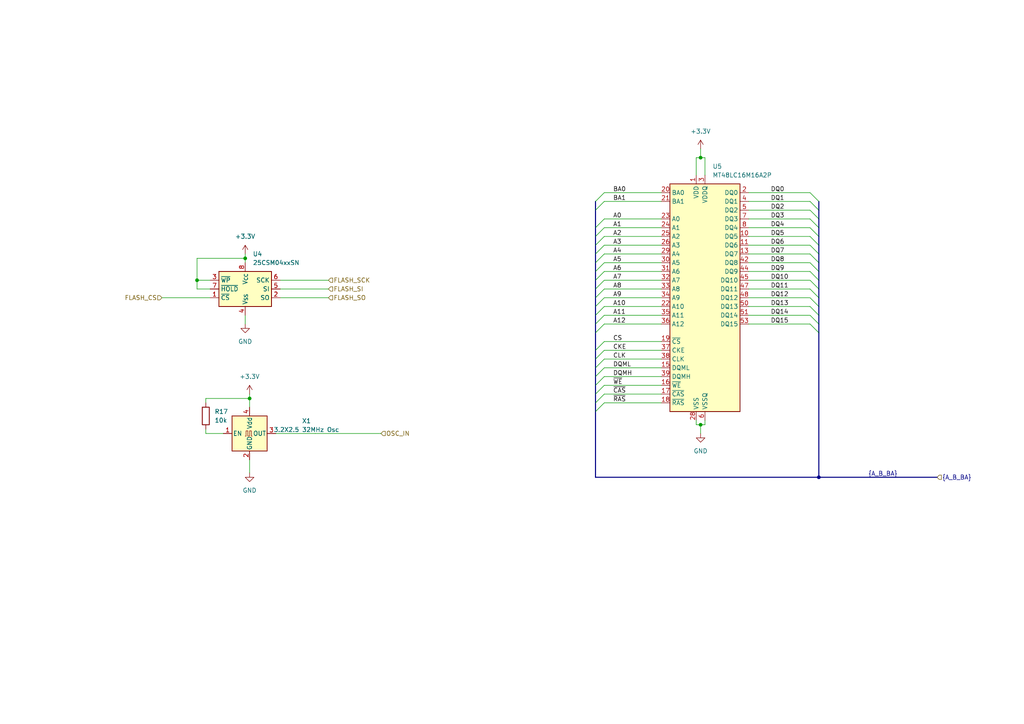
<source format=kicad_sch>
(kicad_sch (version 20230121) (generator eeschema)
  (paper "A4")
  (lib_symbols
    (symbol "Device:R" (pin_numbers hide) (pin_names (offset 0))
      (property "Reference" "R" (at 2.032 0 90))
      (property "Value" "R" (at 0 0 90))
      (symbol "R_0_1"
        (rectangle (start -1.016 -2.54) (end 1.016 2.54) (stroke (width 0.254)))
      )
      (symbol "R_1_1"
        (pin passive line (at 0 3.81 270) (length 1.27) (name "~") (number "1"))
        (pin passive line (at 0 -3.81 90) (length 1.27) (name "~") (number "2"))
      )
    )
    (symbol "Memory_EEPROM:25CSM04xxSN"
      (property "Reference" "U3" (at 1.9559 8.89 0))
      (property "Value" "25CSM04xxSN" (at 1.9559 6.35 0))
      (symbol "25CSM04xxSN_1_1"
        (rectangle (start -7.62 5.08) (end 7.62 -5.08) (stroke (width 0.254)) (fill (type background)))
        (pin input line (at -10.16 -2.54 0) (length 2.54) (name "~{CS}") (number "1"))
        (pin tri_state line (at 10.16 -2.54 180) (length 2.54) (name "SO") (number "2"))
        (pin input line (at -10.16 2.54 0) (length 2.54) (name "~{WP}") (number "3"))
        (pin power_in line (at 0 -7.62 90) (length 2.54) (name "V_{SS}") (number "4"))
        (pin input line (at 10.16 0 180) (length 2.54) (name "SI") (number "5"))
        (pin input line (at 10.16 2.54 180) (length 2.54) (name "SCK") (number "6"))
        (pin input line (at -10.16 0 0) (length 2.54) (name "~{HOLD}") (number "7"))
        (pin power_in line (at 0 7.62 270) (length 2.54) (name "V_{CC}") (number "8"))
      )
    )
    (symbol "Memory_RAM:MT48LC16M16A2P"
      (property "Reference" "U" (at -8.89 34.29 0))
      (property "Value" "MT48LC16M16A2P" (at 8.89 34.29 0))
      (symbol "MT48LC16M16A2P_0_1"
        (rectangle (start -10.16 33.02) (end 10.16 -33.02) (stroke (width 0.254)) (fill (type background)))
      )
      (symbol "MT48LC16M16A2P_1_1"
        (pin power_in line (at -2.54 35.56 270) (length 2.54) (name "VDD") (number "1"))
        (pin bidirectional line (at 12.7 17.78 180) (length 2.54) (name "DQ5") (number "10"))
        (pin bidirectional line (at 12.7 15.24 180) (length 2.54) (name "DQ6") (number "11"))
        (pin passive line (at 0 -35.56 90) (length 2.54) hide (name "VSSQ") (number "12"))
        (pin bidirectional line (at 12.7 12.7 180) (length 2.54) (name "DQ7") (number "13"))
        (pin passive line (at -2.54 35.56 270) (length 2.54) hide (name "VDD") (number "14"))
        (pin input line (at -12.7 -20.32 0) (length 2.54) (name "DQML") (number "15"))
        (pin input line (at -12.7 -25.4 0) (length 2.54) (name "~{WE}") (number "16"))
        (pin input line (at -12.7 -27.94 0) (length 2.54) (name "~{CAS}") (number "17"))
        (pin input line (at -12.7 -30.48 0) (length 2.54) (name "~{RAS}") (number "18"))
        (pin input line (at -12.7 -12.7 0) (length 2.54) (name "~{CS}") (number "19"))
        (pin bidirectional line (at 12.7 30.48 180) (length 2.54) (name "DQ0") (number "2"))
        (pin input line (at -12.7 30.48 0) (length 2.54) (name "BA0") (number "20"))
        (pin input line (at -12.7 27.94 0) (length 2.54) (name "BA1") (number "21"))
        (pin input line (at -12.7 -2.54 0) (length 2.54) (name "A10") (number "22"))
        (pin input line (at -12.7 22.86 0) (length 2.54) (name "A0") (number "23"))
        (pin input line (at -12.7 20.32 0) (length 2.54) (name "A1") (number "24"))
        (pin input line (at -12.7 17.78 0) (length 2.54) (name "A2") (number "25"))
        (pin input line (at -12.7 15.24 0) (length 2.54) (name "A3") (number "26"))
        (pin passive line (at -2.54 35.56 270) (length 2.54) hide (name "VDD") (number "27"))
        (pin power_in line (at -2.54 -35.56 90) (length 2.54) (name "VSS") (number "28"))
        (pin input line (at -12.7 12.7 0) (length 2.54) (name "A4") (number "29"))
        (pin power_in line (at 0 35.56 270) (length 2.54) (name "VDDQ") (number "3"))
        (pin input line (at -12.7 10.16 0) (length 2.54) (name "A5") (number "30"))
        (pin input line (at -12.7 7.62 0) (length 2.54) (name "A6") (number "31"))
        (pin input line (at -12.7 5.08 0) (length 2.54) (name "A7") (number "32"))
        (pin input line (at -12.7 2.54 0) (length 2.54) (name "A8") (number "33"))
        (pin input line (at -12.7 0 0) (length 2.54) (name "A9") (number "34"))
        (pin input line (at -12.7 -5.08 0) (length 2.54) (name "A11") (number "35"))
        (pin input line (at -12.7 -7.62 0) (length 2.54) (name "A12") (number "36"))
        (pin input line (at -12.7 -15.24 0) (length 2.54) (name "CKE") (number "37"))
        (pin input line (at -12.7 -17.78 0) (length 2.54) (name "CLK") (number "38"))
        (pin input line (at -12.7 -22.86 0) (length 2.54) (name "DQMH") (number "39"))
        (pin bidirectional line (at 12.7 27.94 180) (length 2.54) (name "DQ1") (number "4"))
        (pin no_connect line (at 10.16 -20.32 180) (length 2.54) hide (name "NC") (number "40"))
        (pin passive line (at -2.54 -35.56 90) (length 2.54) hide (name "VSS") (number "41"))
        (pin bidirectional line (at 12.7 10.16 180) (length 2.54) (name "DQ8") (number "42"))
        (pin passive line (at 0 35.56 270) (length 2.54) hide (name "VDDQ") (number "43"))
        (pin bidirectional line (at 12.7 7.62 180) (length 2.54) (name "DQ9") (number "44"))
        (pin bidirectional line (at 12.7 5.08 180) (length 2.54) (name "DQ10") (number "45"))
        (pin passive line (at 0 -35.56 90) (length 2.54) hide (name "VSSQ") (number "46"))
        (pin bidirectional line (at 12.7 2.54 180) (length 2.54) (name "DQ11") (number "47"))
        (pin bidirectional line (at 12.7 0 180) (length 2.54) (name "DQ12") (number "48"))
        (pin passive line (at 0 35.56 270) (length 2.54) hide (name "VDDQ") (number "49"))
        (pin bidirectional line (at 12.7 25.4 180) (length 2.54) (name "DQ2") (number "5"))
        (pin bidirectional line (at 12.7 -2.54 180) (length 2.54) (name "DQ13") (number "50"))
        (pin bidirectional line (at 12.7 -5.08 180) (length 2.54) (name "DQ14") (number "51"))
        (pin passive line (at 0 -35.56 90) (length 2.54) hide (name "VSSQ") (number "52"))
        (pin bidirectional line (at 12.7 -7.62 180) (length 2.54) (name "DQ15") (number "53"))
        (pin passive line (at -2.54 -35.56 90) (length 2.54) hide (name "VSS") (number "54"))
        (pin power_in line (at 0 -35.56 90) (length 2.54) (name "VSSQ") (number "6"))
        (pin bidirectional line (at 12.7 22.86 180) (length 2.54) (name "DQ3") (number "7"))
        (pin bidirectional line (at 12.7 20.32 180) (length 2.54) (name "DQ4") (number "8"))
        (pin passive line (at 0 35.56 270) (length 2.54) hide (name "VDDQ") (number "9"))
      )
    )
    (symbol "Oscillator:ASE-xxxMHz" (pin_names (offset 0.254))
      (property "Reference" "X" (at -5.08 6.35 0))
      (property "Value" "ASE-xxxMHz" (at 1.27 -6.35 0))
      (symbol "ASE-xxxMHz_0_1"
        (rectangle (start -5.08 5.08) (end 5.08 -5.08) (stroke (width 0.254)) (fill (type background)))
        (polyline (pts (xy -1.27 -0.762) (xy -1.016 -0.762) (xy -1.016 0.762) (xy -0.508 0.762) (xy -0.508 -0.762) (xy 0 -0.762) (xy 0 0.762) (xy 0.508 0.762) (xy 0.508 -0.762) (xy 0.762 -0.762)))
      )
      (symbol "ASE-xxxMHz_1_1"
        (pin input line (at -7.62 0 0) (length 2.54) (name "EN") (number "1"))
        (pin power_in line (at 0 -7.62 90) (length 2.54) (name "GND") (number "2"))
        (pin output line (at 7.62 0 180) (length 2.54) (name "OUT") (number "3"))
        (pin power_in line (at 0 7.62 270) (length 2.54) (name "Vdd") (number "4"))
      )
    )
    (symbol "power:+3.3V" (power) (pin_names (offset 0))
      (property "Value" "+3.3V" (at 0 3.556 0))
      (symbol "+3.3V_0_1"
        (polyline (pts (xy -0.762 1.27) (xy 0 2.54)))
        (polyline (pts (xy 0 0) (xy 0 2.54)))
        (polyline (pts (xy 0 2.54) (xy 0.762 1.27)))
      )
      (symbol "+3.3V_1_1"
        (pin power_in line (at 0 0 90) (length 0) hide (name "+3.3V") (number "1"))
      )
    )
    (symbol "power:GND" (power) (pin_names (offset 0))
      (property "Value" "GND" (at 0 -3.81 0))
      (symbol "GND_0_1"
        (polyline (pts (xy 0 0) (xy 0 -1.27) (xy 1.27 -1.27) (xy 0 -2.54) (xy -1.27 -1.27) (xy 0 -1.27)))
      )
      (symbol "GND_1_1"
        (pin power_in line (at 0 0 270) (length 0) hide (name "GND") (number "1"))
      )
    )
  )
  (junction (at 237.49 138.43))
  (junction (at 71.12 74.93))
  (junction (at 72.39 115.57))
  (junction (at 203.2 123.19))
  (junction (at 57.15 81.28))
  (junction (at 203.2 45.72))
  (bus_entry (at 172.72 104.14) (size 2.54 -2.54))
  (bus_entry (at 172.72 93.98) (size 2.54 -2.54))
  (bus_entry (at 234.95 63.5) (size 2.54 2.54))
  (bus_entry (at 172.72 58.42) (size 2.54 -2.54))
  (bus_entry (at 234.95 81.28) (size 2.54 2.54))
  (bus_entry (at 172.72 71.12) (size 2.54 -2.54))
  (bus_entry (at 172.72 96.52) (size 2.54 -2.54))
  (bus_entry (at 172.72 101.6) (size 2.54 -2.54))
  (bus_entry (at 172.72 81.28) (size 2.54 -2.54))
  (bus_entry (at 172.72 73.66) (size 2.54 -2.54))
  (bus_entry (at 234.95 68.58) (size 2.54 2.54))
  (bus_entry (at 172.72 111.76) (size 2.54 -2.54))
  (bus_entry (at 234.95 83.82) (size 2.54 2.54))
  (bus_entry (at 172.72 78.74) (size 2.54 -2.54))
  (bus_entry (at 172.72 68.58) (size 2.54 -2.54))
  (bus_entry (at 172.72 91.44) (size 2.54 -2.54))
  (bus_entry (at 234.95 71.12) (size 2.54 2.54))
  (bus_entry (at 234.95 73.66) (size 2.54 2.54))
  (bus_entry (at 234.95 86.36) (size 2.54 2.54))
  (bus_entry (at 172.72 119.38) (size 2.54 -2.54))
  (bus_entry (at 234.95 55.88) (size 2.54 2.54))
  (bus_entry (at 172.72 109.22) (size 2.54 -2.54))
  (bus_entry (at 172.72 114.3) (size 2.54 -2.54))
  (bus_entry (at 172.72 66.04) (size 2.54 -2.54))
  (bus_entry (at 172.72 106.68) (size 2.54 -2.54))
  (bus_entry (at 234.95 76.2) (size 2.54 2.54))
  (bus_entry (at 234.95 91.44) (size 2.54 2.54))
  (bus_entry (at 172.72 83.82) (size 2.54 -2.54))
  (bus_entry (at 172.72 88.9) (size 2.54 -2.54))
  (bus_entry (at 172.72 116.84) (size 2.54 -2.54))
  (bus_entry (at 234.95 60.96) (size 2.54 2.54))
  (bus_entry (at 234.95 88.9) (size 2.54 2.54))
  (bus_entry (at 234.95 58.42) (size 2.54 2.54))
  (bus_entry (at 172.72 60.96) (size 2.54 -2.54))
  (bus_entry (at 234.95 93.98) (size 2.54 2.54))
  (bus_entry (at 234.95 66.04) (size 2.54 2.54))
  (bus_entry (at 172.72 86.36) (size 2.54 -2.54))
  (bus_entry (at 172.72 76.2) (size 2.54 -2.54))
  (bus_entry (at 234.95 78.74) (size 2.54 2.54))
  (bus (pts (xy 172.72 68.58) (xy 172.72 71.12)))
  (wire (pts (xy 203.2 123.19) (xy 204.47 123.19)))
  (bus (pts (xy 172.72 88.9) (xy 172.72 91.44)))
  (wire (pts (xy 217.17 91.44) (xy 234.95 91.44)))
  (wire (pts (xy 175.26 68.58) (xy 191.77 68.58)))
  (wire (pts (xy 175.26 88.9) (xy 191.77 88.9)))
  (wire (pts (xy 217.17 55.88) (xy 234.95 55.88)))
  (wire (pts (xy 175.26 101.6) (xy 191.77 101.6)))
  (wire (pts (xy 80.01 125.73) (xy 91.44 125.73)))
  (wire (pts (xy 217.17 76.2) (xy 234.95 76.2)))
  (bus (pts (xy 237.49 58.42) (xy 237.49 60.96)))
  (bus (pts (xy 237.49 63.5) (xy 237.49 66.04)))
  (bus (pts (xy 172.72 138.43) (xy 237.49 138.43)))
  (bus (pts (xy 172.72 71.12) (xy 172.72 73.66)))
  (wire (pts (xy 201.93 123.19) (xy 203.2 123.19)))
  (bus (pts (xy 172.72 81.28) (xy 172.72 83.82)))
  (wire (pts (xy 59.69 116.84) (xy 59.69 115.57)))
  (wire (pts (xy 175.26 109.22) (xy 191.77 109.22)))
  (wire (pts (xy 204.47 50.8) (xy 204.47 45.72)))
  (wire (pts (xy 91.44 125.73) (xy 110.49 125.73)) (stroke (width 0.1524)))
  (wire (pts (xy 57.15 81.28) (xy 57.15 74.93)))
  (wire (pts (xy 175.26 116.84) (xy 191.77 116.84)))
  (wire (pts (xy 201.93 45.72) (xy 203.2 45.72)))
  (wire (pts (xy 217.17 93.98) (xy 234.95 93.98)))
  (bus (pts (xy 237.49 71.12) (xy 237.49 73.66)))
  (wire (pts (xy 175.26 99.06) (xy 191.77 99.06)))
  (wire (pts (xy 175.26 111.76) (xy 191.77 111.76)))
  (wire (pts (xy 217.17 66.04) (xy 234.95 66.04)))
  (wire (pts (xy 217.17 83.82) (xy 234.95 83.82)))
  (wire (pts (xy 217.17 81.28) (xy 234.95 81.28)))
  (bus (pts (xy 172.72 66.04) (xy 172.72 68.58)))
  (wire (pts (xy 57.15 74.93) (xy 71.12 74.93)))
  (bus (pts (xy 237.49 78.74) (xy 237.49 81.28)))
  (wire (pts (xy 217.17 71.12) (xy 234.95 71.12)))
  (wire (pts (xy 175.26 71.12) (xy 191.77 71.12)))
  (wire (pts (xy 217.17 63.5) (xy 234.95 63.5)))
  (bus (pts (xy 237.49 88.9) (xy 237.49 91.44)))
  (wire (pts (xy 175.26 86.36) (xy 191.77 86.36)))
  (wire (pts (xy 175.26 114.3) (xy 191.77 114.3)))
  (wire (pts (xy 81.28 81.28) (xy 95.25 81.28)))
  (bus (pts (xy 237.49 60.96) (xy 237.49 63.5)))
  (bus (pts (xy 237.49 91.44) (xy 237.49 93.98)))
  (bus (pts (xy 237.49 93.98) (xy 237.49 96.52)))
  (bus (pts (xy 237.49 96.52) (xy 237.49 138.43)))
  (wire (pts (xy 60.96 83.82) (xy 57.15 83.82)))
  (wire (pts (xy 81.28 83.82) (xy 95.25 83.82)))
  (wire (pts (xy 175.26 55.88) (xy 191.77 55.88)))
  (wire (pts (xy 217.17 58.42) (xy 234.95 58.42)))
  (wire (pts (xy 59.69 115.57) (xy 72.39 115.57)))
  (wire (pts (xy 175.26 93.98) (xy 191.77 93.98)))
  (wire (pts (xy 72.39 133.35) (xy 72.39 137.16)))
  (wire (pts (xy 71.12 73.66) (xy 71.12 74.93)))
  (wire (pts (xy 71.12 91.44) (xy 71.12 93.98)))
  (bus (pts (xy 172.72 104.14) (xy 172.72 106.68)))
  (wire (pts (xy 175.26 76.2) (xy 191.77 76.2)))
  (wire (pts (xy 217.17 73.66) (xy 234.95 73.66)))
  (bus (pts (xy 172.72 106.68) (xy 172.72 109.22)))
  (wire (pts (xy 72.39 115.57) (xy 72.39 118.11)))
  (wire (pts (xy 175.26 58.42) (xy 191.77 58.42)))
  (bus (pts (xy 237.49 68.58) (xy 237.49 71.12)))
  (bus (pts (xy 172.72 116.84) (xy 172.72 119.38)))
  (wire (pts (xy 60.96 81.28) (xy 57.15 81.28)))
  (wire (pts (xy 175.26 81.28) (xy 191.77 81.28)))
  (bus (pts (xy 172.72 83.82) (xy 172.72 86.36)))
  (bus (pts (xy 172.72 101.6) (xy 172.72 104.14)))
  (wire (pts (xy 201.93 45.72) (xy 201.93 50.8)))
  (wire (pts (xy 217.17 68.58) (xy 234.95 68.58)))
  (wire (pts (xy 46.99 86.36) (xy 60.96 86.36)))
  (wire (pts (xy 175.26 104.14) (xy 191.77 104.14)))
  (wire (pts (xy 204.47 123.19) (xy 204.47 121.92)))
  (bus (pts (xy 237.49 83.82) (xy 237.49 86.36)))
  (bus (pts (xy 172.72 109.22) (xy 172.72 111.76)))
  (wire (pts (xy 175.26 63.5) (xy 191.77 63.5)))
  (wire (pts (xy 175.26 78.74) (xy 191.77 78.74)))
  (wire (pts (xy 217.17 88.9) (xy 234.95 88.9)))
  (wire (pts (xy 201.93 121.92) (xy 201.93 123.19)))
  (bus (pts (xy 172.72 119.38) (xy 172.72 138.43)))
  (wire (pts (xy 203.2 45.72) (xy 204.47 45.72)))
  (wire (pts (xy 175.26 83.82) (xy 191.77 83.82)))
  (wire (pts (xy 64.77 125.73) (xy 59.69 125.73)))
  (bus (pts (xy 172.72 58.42) (xy 172.72 60.96)))
  (wire (pts (xy 175.26 73.66) (xy 191.77 73.66)))
  (wire (pts (xy 217.17 86.36) (xy 234.95 86.36)))
  (bus (pts (xy 172.72 76.2) (xy 172.72 78.74)))
  (wire (pts (xy 175.26 91.44) (xy 191.77 91.44)))
  (wire (pts (xy 175.26 66.04) (xy 191.77 66.04)))
  (wire (pts (xy 203.2 43.18) (xy 203.2 45.72)))
  (wire (pts (xy 59.69 125.73) (xy 59.69 124.46)))
  (bus (pts (xy 237.49 76.2) (xy 237.49 78.74)))
  (bus (pts (xy 172.72 93.98) (xy 172.72 96.52)))
  (wire (pts (xy 203.2 123.19) (xy 203.2 125.73)))
  (bus (pts (xy 172.72 111.76) (xy 172.72 114.3)))
  (bus (pts (xy 172.72 73.66) (xy 172.72 76.2)))
  (wire (pts (xy 217.17 60.96) (xy 234.95 60.96)))
  (bus (pts (xy 237.49 66.04) (xy 237.49 68.58)))
  (bus (pts (xy 172.72 114.3) (xy 172.72 116.84)))
  (bus (pts (xy 172.72 60.96) (xy 172.72 66.04)))
  (bus (pts (xy 237.49 86.36) (xy 237.49 88.9)))
  (wire (pts (xy 57.15 83.82) (xy 57.15 81.28)))
  (bus (pts (xy 237.49 138.43) (xy 271.78 138.43)))
  (bus (pts (xy 172.72 78.74) (xy 172.72 81.28)))
  (wire (pts (xy 217.17 78.74) (xy 234.95 78.74)))
  (wire (pts (xy 175.26 106.68) (xy 191.77 106.68)))
  (wire (pts (xy 72.39 114.3) (xy 72.39 115.57)))
  (wire (pts (xy 71.12 74.93) (xy 71.12 76.2)))
  (bus (pts (xy 237.49 81.28) (xy 237.49 83.82)))
  (bus (pts (xy 172.72 96.52) (xy 172.72 101.6)))
  (bus (pts (xy 172.72 91.44) (xy 172.72 93.98)))
  (wire (pts (xy 81.28 86.36) (xy 95.25 86.36)))
  (bus (pts (xy 172.72 86.36) (xy 172.72 88.9)))
  (bus (pts (xy 237.49 73.66) (xy 237.49 76.2)))
  (label "A1" (at 177.8 66.04 0))
  (label "DQ0" (at 223.52 55.88 0))
  (label "BA0" (at 177.8 55.88 0))
  (label "~{RAS}" (at 177.8 116.84 0))
  (label "~{WE}" (at 177.8 111.76 0))
  (label "DQ1" (at 223.52 58.42 0))
  (label "CKE" (at 177.8 101.6 0))
  (label "DQ15" (at 223.52 93.98 0))
  (label "BA1" (at 177.8 58.42 0))
  (label "DQ10" (at 223.52 81.28 0))
  (label "DQML" (at 177.8 106.68 0))
  (label "A2" (at 177.8 68.58 0))
  (label "A7" (at 177.8 81.28 0))
  (label "DQ6" (at 223.52 71.12 0))
  (label "DQ4" (at 223.52 66.04 0))
  (label "CS" (at 177.8 99.06 0))
  (label "DQ12" (at 223.52 86.36 0))
  (label "DQ3" (at 223.52 63.5 0))
  (label "DQ7" (at 223.52 73.66 0))
  (label "DQ5" (at 223.52 68.58 0))
  (label "DQ11" (at 223.52 83.82 0))
  (label "A3" (at 177.8 71.12 0))
  (label "A12" (at 177.8 93.98 0))
  (label "{A_B_BA}" (at 260.35 138.43 180))
  (label "DQ2" (at 223.52 60.96 0))
  (label "A10" (at 177.8 88.9 0))
  (label "A6" (at 177.8 78.74 0))
  (label "A5" (at 177.8 76.2 0))
  (label "DQMH" (at 177.8 109.22 0))
  (label "DQ13" (at 223.52 88.9 0))
  (label "DQ9" (at 223.52 78.74 0))
  (label "DQ14" (at 223.52 91.44 0))
  (label "A4" (at 177.8 73.66 0))
  (label "A0" (at 177.8 63.5 0))
  (label "DQ8" (at 223.52 76.2 0))
  (label "A8" (at 177.8 83.82 0))
  (label "A11" (at 177.8 91.44 0))
  (label "~{CAS}" (at 177.8 114.3 0))
  (label "CLK" (at 177.8 104.14 0))
  (label "A9" (at 177.8 86.36 0))
  (hierarchical_label "FLASH_CS" (shape input) (at 46.99 86.36 180))
  (hierarchical_label "FLASH_SCK" (shape input) (at 95.25 81.28 0))
  (hierarchical_label "{A_B_BA}" (shape input) (at 271.78 138.43 0))
  (hierarchical_label "OSC_IN" (shape input) (at 110.49 125.73 0))
  (hierarchical_label "FLASH_SI" (shape input) (at 95.25 83.82 0))
  (hierarchical_label "FLASH_SO" (shape input) (at 95.25 86.36 0))
  (symbol (lib_id "Device:R") (at 59.69 120.65 0) (unit 1)
    (property "Reference" "R17" (at 62.23 119.38 0) (effects (justify left)))
    (property "Value" "10k" (at 62.23 121.92 0) (effects (justify left)))
    (property "Footprint" "Resistor_SMD:R_0402_1005Metric" (effects hide))
  )
  (symbol (lib_id "power:+3.3V") (at 71.12 73.66 0) (unit 1)
    (property "Reference" "#PWR029" (effects hide))
    (property "Value" "+3.3V" (at 71.12 68.58 0))
    (instances (project "papilio_pro_MKIV" (path "" (reference "#PWR029") (unit 1)) (path "" (reference "#PWR033") (unit 1))))
  )
  (symbol (lib_id "power:+3.3V") (at 72.39 114.3 0) (unit 1)
    (property "Reference" "#PWR029" (effects hide))
    (property "Value" "+3.3V" (at 72.39 109.22 0))
    (instances (project "papilio_pro_MKIV" (path "" (reference "#PWR029") (unit 1)) (path "" (reference "#PWR035") (unit 1))))
  )
  (symbol (lib_id "power:GND") (at 71.12 93.98 0) (unit 1)
    (property "Reference" "#PWR034" (effects hide))
    (property "Value" "GND" (at 71.12 99.06 0))
  )
  (symbol (lib_id "Memory_EEPROM:25CSM04xxSN") (at 71.12 83.82 0) (unit 1)
    (property "Reference" "U4" (at 73.3141 73.66 0) (effects (justify left)))
    (property "Value" "25CSM04xxSN" (at 73.3141 76.2 0) (effects (justify left)))
    (property "Footprint" "Package_SO:SOIC-8W_5.3x5.3mm_P1.27mm" (effects hide))
    (property "Datasheet" "https://ww1.microchip.com/downloads/aemDocuments/documents/MPD/ProductDocuments/DataSheets/25CSM04-4-Mbit-SPI-Serial-EEPROM-With-128-Bit-Serial-Number-and-Enhanced-Write-Protection-20005817C.pdf" (effects hide))
  )
  (symbol (lib_id "Memory_RAM:MT48LC16M16A2P") (at 204.47 86.36 0) (unit 1)
    (property "Reference" "U5" (at 206.6641 48.26 0) (effects (justify left)))
    (property "Value" "MT48LC16M16A2P" (at 206.6641 50.8 0) (effects (justify left)))
    (property "Footprint" "Package_SO:TSOP-II-54_22.2x10.16mm_P0.8mm" (effects hide))
    (property "Datasheet" "https://www.micron.com/-/media/client/global/documents/products/data-sheet/dram/256mb_sdr.pdf" (effects hide))
  )
  (symbol (lib_id "Oscillator:ASE-xxxMHz") (at 72.39 125.73 0) (unit 1)
    (property "Reference" "X1" (at 88.9 122.0821 0))
    (property "Value" "3.2X2.5 32MHz Osc" (at 88.9 124.6221 0))
    (property "Footprint" "Oscillator:Oscillator_SMD_Abracon_ASE-4Pin_3.2x2.5mm" (effects hide))
    (property "Datasheet" "http://www.abracon.com/Oscillators/ASV.pdf" (effects hide))
  )
  (symbol (lib_id "power:GND") (at 72.39 137.16 0) (unit 1)
    (property "Reference" "#PWR011" (effects hide))
    (property "Value" "GND" (at 72.39 142.24 0))
    (instances (project "papilio_pro_MKIV" (path "" (reference "#PWR011") (unit 1)) (path "" (reference "#PWR020") (unit 1)) (path "" (reference "#PWR036") (unit 1))))
  )
  (symbol (lib_id "power:+3.3V") (at 203.2 43.18 0) (unit 1)
    (property "Reference" "#PWR029" (effects hide))
    (property "Value" "+3.3V" (at 203.2 38.1 0))
    (instances (project "papilio_pro_MKIV" (path "" (reference "#PWR029") (unit 1)) (path "" (reference "#PWR037") (unit 1))))
  )
  (symbol (lib_id "power:GND") (at 203.2 125.73 0) (unit 1)
    (property "Reference" "#PWR011" (effects hide))
    (property "Value" "GND" (at 203.2 130.81 0))
    (instances (project "papilio_pro_MKIV" (path "" (reference "#PWR011") (unit 1)) (path "" (reference "#PWR020") (unit 1)) (path "" (reference "#PWR038") (unit 1))))
  )
)
</source>
